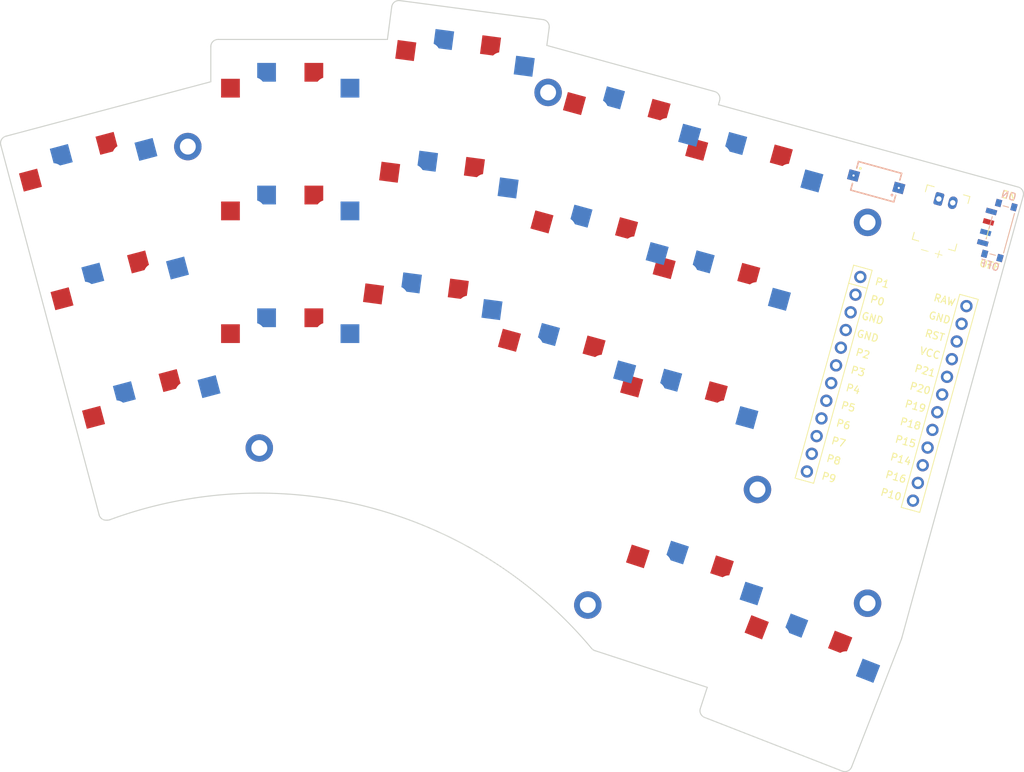
<source format=kicad_pcb>
(kicad_pcb (version 20240108) (generator "pcbnew") (generator_version "8.0")
  (title_block (title "main_pcb") (rev "v1.0.0") (company "Unknown"))
  (layers (0 "F.Cu" signal) (31 "B.Cu" signal) (34 "B.Paste" user) (35 "F.Paste" user) (36 "B.SilkS" user "B.Silkscreen") (37 "F.SilkS" user "F.Silkscreen") (38 "B.Mask" user) (39 "F.Mask" user) (44 "Edge.Cuts" user))
  (net 0 "")
  (net 1 "P14")
  (net 2 "GND")
  (net 3 "P9")
  (net 4 "P4")
  (net 5 "P15")
  (net 6 "P8")
  (net 7 "P3")
  (net 8 "P18")
  (net 9 "P7")
  (net 10 "P2")
  (net 11 "P19")
  (net 12 "P6")
  (net 13 "P1")
  (net 14 "P20")
  (net 15 "P5")
  (net 16 "P0")
  (net 17 "P16")
  (net 18 "P10")
  (net 19 "RAW")
  (net 20 "RST")
  (net 21 "VCC")
  (net 22 "P21")
  (net 23 "PWR_SW")
  (footprint "PG1350" (layer "F.Cu") (at 18.280062 -26.338912)
    (property "Reference" "S5" (hide yes))
    (property "Value" "" (hide yes))
    (pad "" np_thru_hole circle (at -5.5 0) (size 1.7018 1.7018) (drill 1.7018) (layers "*.Cu" "*.Mask"))
    (pad "" np_thru_hole circle (at -5 -3.75) (size 3 3) (drill 3) (layers "*.Cu" "*.Mask"))
    (pad "" np_thru_hole circle (at 0 -5.95) (size 3 3) (drill 3) (layers "*.Cu" "*.Mask"))
    (pad "" np_thru_hole circle (at 0 -5.95) (size 3 3) (drill 3) (layers "*.Cu" "*.Mask"))
    (pad "" np_thru_hole circle (at 0 0) (size 3.429 3.429) (drill 3.429) (layers "*.Cu" "*.Mask"))
    (pad "" np_thru_hole circle (at 5 -3.75) (size 3 3) (drill 3) (layers "*.Cu" "*.Mask"))
    (pad "" np_thru_hole circle (at 5.5 0) (size 1.7018 1.7018) (drill 1.7018) (layers "*.Cu" "*.Mask"))
    (pad "1" smd rect (at -3.275 -5.95) (size 2.6 2.6) (layers "B.Cu" "B.Paste" "B.Mask") (net 6 "P8"))
    (pad "1" smd rect (at 3.275 -5.95) (size 2.6 2.6) (layers "F.Cu" "F.Paste" "F.Mask") (net 6 "P8"))
    (pad "2" smd rect (at -8.275 -3.75) (size 2.6 2.6) (layers "F.Cu" "F.Paste" "F.Mask") (net 2 "GND"))
    (pad "2" smd rect (at 8.275 -3.75) (size 2.6 2.6) (layers "B.Cu" "B.Paste" "B.Mask") (net 2 "GND"))
  )
  (footprint "PG1350" (layer "F.Cu") (at 39.763715 -30.643532 -7.55)
    (property "Reference" "S8" (hide yes))
    (property "Value" "" (hide yes))
    (pad "" np_thru_hole circle (at -5.5 0) (size 1.7018 1.7018) (drill 1.7018) (layers "*.Cu" "*.Mask"))
    (pad "" np_thru_hole circle (at -5 -3.75) (size 3 3) (drill 3) (layers "*.Cu" "*.Mask"))
    (pad "" np_thru_hole circle (at 0 -5.95) (size 3 3) (drill 3) (layers "*.Cu" "*.Mask"))
    (pad "" np_thru_hole circle (at 0 -5.95) (size 3 3) (drill 3) (layers "*.Cu" "*.Mask"))
    (pad "" np_thru_hole circle (at 0 0) (size 3.429 3.429) (drill 3.429) (layers "*.Cu" "*.Mask"))
    (pad "" np_thru_hole circle (at 5 -3.75) (size 3 3) (drill 3) (layers "*.Cu" "*.Mask"))
    (pad "" np_thru_hole circle (at 5.5 0) (size 1.7018 1.7018) (drill 1.7018) (layers "*.Cu" "*.Mask"))
    (pad "1" smd rect (at -3.275 -5.95 352.45) (size 2.6 2.6) (layers "B.Cu" "B.Paste" "B.Mask") (net 9 "P7"))
    (pad "1" smd rect (at 3.275 -5.95 352.45) (size 2.6 2.6) (layers "F.Cu" "F.Paste" "F.Mask") (net 9 "P7"))
    (pad "2" smd rect (at -8.275 -3.75 352.45) (size 2.6 2.6) (layers "F.Cu" "F.Paste" "F.Mask") (net 2 "GND"))
    (pad "2" smd rect (at 8.275 -3.75 352.45) (size 2.6 2.6) (layers "B.Cu" "B.Paste" "B.Mask") (net 2 "GND"))
  )
  (footprint "PG1350" (layer "F.Cu") (at -8.73678 -32.858312 14.89)
    (property "Reference" "S3" (hide yes))
    (property "Value" "" (hide yes))
    (pad "" np_thru_hole circle (at -5.5 0) (size 1.7018 1.7018) (drill 1.7018) (layers "*.Cu" "*.Mask"))
    (pad "" np_thru_hole circle (at -5 -3.75) (size 3 3) (drill 3) (layers "*.Cu" "*.Mask"))
    (pad "" np_thru_hole circle (at 0 -5.95) (size 3 3) (drill 3) (layers "*.Cu" "*.Mask"))
    (pad "" np_thru_hole circle (at 0 -5.95) (size 3 3) (drill 3) (layers "*.Cu" "*.Mask"))
    (pad "" np_thru_hole circle (at 0 0) (size 3.429 3.429) (drill 3.429) (layers "*.Cu" "*.Mask"))
    (pad "" np_thru_hole circle (at 5 -3.75) (size 3 3) (drill 3) (layers "*.Cu" "*.Mask"))
    (pad "" np_thru_hole circle (at 5.5 0) (size 1.7018 1.7018) (drill 1.7018) (layers "*.Cu" "*.Mask"))
    (pad "1" smd rect (at -3.275 -5.95 14.89) (size 2.6 2.6) (layers "B.Cu" "B.Paste" "B.Mask") (net 4 "P4"))
    (pad "1" smd rect (at 3.275 -5.95 14.89) (size 2.6 2.6) (layers "F.Cu" "F.Paste" "F.Mask") (net 4 "P4"))
    (pad "2" smd rect (at -8.275 -3.75 14.89) (size 2.6 2.6) (layers "F.Cu" "F.Paste" "F.Mask") (net 2 "GND"))
    (pad "2" smd rect (at 8.275 -3.75 14.89) (size 2.6 2.6) (layers "B.Cu" "B.Paste" "B.Mask") (net 2 "GND"))
  )
  (footprint "PG1350" (layer "F.Cu") (at 18.280062 -9.338912)
    (property "Reference" "S4" (hide yes))
    (property "Value" "" (hide yes))
    (pad "" np_thru_hole circle (at -5.5 0) (size 1.7018 1.7018) (drill 1.7018) (layers "*.Cu" "*.Mask"))
    (pad "" np_thru_hole circle (at -5 -3.75) (size 3 3) (drill 3) (layers "*.Cu" "*.Mask"))
    (pad "" np_thru_hole circle (at 0 -5.95) (size 3 3) (drill 3) (layers "*.Cu" "*.Mask"))
    (pad "" np_thru_hole circle (at 0 -5.95) (size 3 3) (drill 3) (layers "*.Cu" "*.Mask"))
    (pad "" np_thru_hole circle (at 0 0) (size 3.429 3.429) (drill 3.429) (layers "*.Cu" "*.Mask"))
    (pad "" np_thru_hole circle (at 5 -3.75) (size 3 3) (drill 3) (layers "*.Cu" "*.Mask"))
    (pad "" np_thru_hole circle (at 5.5 0) (size 1.7018 1.7018) (drill 1.7018) (layers "*.Cu" "*.Mask"))
    (pad "1" smd rect (at -3.275 -5.95) (size 2.6 2.6) (layers "B.Cu" "B.Paste" "B.Mask") (net 5 "P15"))
    (pad "1" smd rect (at 3.275 -5.95) (size 2.6 2.6) (layers "F.Cu" "F.Paste" "F.Mask") (net 5 "P15"))
    (pad "2" smd rect (at -8.275 -3.75) (size 2.6 2.6) (layers "F.Cu" "F.Paste" "F.Mask") (net 2 "GND"))
    (pad "2" smd rect (at 8.275 -3.75) (size 2.6 2.6) (layers "B.Cu" "B.Paste" "B.Mask") (net 2 "GND"))
  )
  (footprint "PG1350" (layer "F.Cu") (at 77.062001 -16.425946 -15.36)
    (property "Reference" "S14" (hide yes))
    (property "Value" "" (hide yes))
    (pad "" np_thru_hole circle (at -5.5 0) (size 1.7018 1.7018) (drill 1.7018) (layers "*.Cu" "*.Mask"))
    (pad "" np_thru_hole circle (at -5 -3.75) (size 3 3) (drill 3) (layers "*.Cu" "*.Mask"))
    (pad "" np_thru_hole circle (at 0 -5.95) (size 3 3) (drill 3) (layers "*.Cu" "*.Mask"))
    (pad "" np_thru_hole circle (at 0 -5.95) (size 3 3) (drill 3) (layers "*.Cu" "*.Mask"))
    (pad "" np_thru_hole circle (at 0 0) (size 3.429 3.429) (drill 3.429) (layers "*.Cu" "*.Mask"))
    (pad "" np_thru_hole circle (at 5 -3.75) (size 3 3) (drill 3) (layers "*.Cu" "*.Mask"))
    (pad "" np_thru_hole circle (at 5.5 0) (size 1.7018 1.7018) (drill 1.7018) (layers "*.Cu" "*.Mask"))
    (pad "1" smd rect (at -3.275 -5.95 344.64) (size 2.6 2.6) (layers "B.Cu" "B.Paste" "B.Mask") (net 15 "P5"))
    (pad "1" smd rect (at 3.275 -5.950001 344.64) (size 2.6 2.6) (layers "F.Cu" "F.Paste" "F.Mask") (net 15 "P5"))
    (pad "2" smd rect (at -8.275 -3.75 344.64) (size 2.6 2.6) (layers "F.Cu" "F.Paste" "F.Mask") (net 2 "GND"))
    (pad "2" smd rect (at 8.275 -3.75 344.64) (size 2.6 2.6) (layers "B.Cu" "B.Paste" "B.Mask") (net 2 "GND"))
  )
  (footprint "ceoloide:mounting_hole_plated" (layer "F.Cu") (at 14 2.75)
    (property "Reference" "H2" (hide yes))
    (property "Value" "")
    (pad "" thru_hole circle (at 0 0) (size 3.8 3.8) (drill 2.2) (layers "*.Cu" "*.Mask"))
  )
  (footprint "434121025816" (layer "F.Cu") (at 99.441009 -34.130525 -15.36)
    (property "Reference" "S18" (hide yes))
    (property "Value" "" (hide yes))
    (fp_line (start -3.1 2.05) (end 3.1 2.05) (stroke (width 0.2)) (layer "B.SilkS"))
    (fp_line (start -3.1 1.1) (end -3.1 2.05) (stroke (width 0.2)) (layer "B.SilkS"))
    (fp_line (start -3.1 -1.1) (end -3.1 -2.05) (stroke (width 0.2)) (layer "B.SilkS"))
    (fp_line (start -3.1 -2.05) (end 3.1 -2.05) (stroke (width 0.2)) (layer "B.SilkS"))
    (fp_line (start 3.1 2.05) (end 3.1 1.1) (stroke (width 0.2)) (layer "B.SilkS"))
    (fp_line (start 3.1 -2.05) (end 3.1 -1.1) (stroke (width 0.2)) (layer "B.SilkS"))
    (fp_circle (center 2.6 1.2) (end 2.5 1.2) (stroke (width 0.2)) (fill none) (layer "B.SilkS"))
    (fp_line (start -3.1 2.05) (end 3.1 2.05) (stroke (width 0.2)) (layer "F.SilkS"))
    (fp_line (start -3.1 1.1) (end -3.1 2.05) (stroke (width 0.2)) (layer "F.SilkS"))
    (fp_line (start -3.1 -1.1) (end -3.1 -2.05) (stroke (width 0.2)) (layer "F.SilkS"))
    (fp_line (start -3.1 -2.05) (end 3.1 -2.05) (stroke (width 0.2)) (layer "F.SilkS"))
    (fp_line (start 3.1 2.05) (end 3.1 1.1) (stroke (width 0.2)) (layer "F.SilkS"))
    (fp_line (start 3.1 -2.05) (end 3.1 -1.1) (stroke (width 0.2)) (layer "F.SilkS"))
    (fp_circle (center -2.6 -1.2) (end -2.5 -1.2) (stroke (width 0.2)) (fill none) (layer "F.SilkS"))
    (pad "1" thru_hole rect (at -3.25 0 344.64) (size 1.5 1.4) (drill 0.3) (layers "*.Cu" "*.Mask") (net 2 "GND"))
    (pad "2" thru_hole rect (at 3.25 0 344.64) (size 1.5 1.4) (drill 0.3) (layers "*.Cu" "*.Mask") (net 20 "RST"))
  )
  (footprint "ceoloide:mounting_hole_plated" (layer "F.Cu") (at 83 8.5)
    (property "Reference" "H6" (hide yes))
    (property "Value" "")
    (pad "" thru_hole circle (at 0 0) (size 3.8 3.8) (drill 2.2) (layers "*.Cu" "*.Mask"))
  )
  (footprint "PG1350" (layer "F.Cu") (at 18.280062 -43.338912)
    (property "Reference" "S6" (hide yes))
    (property "Value" "" (hide yes))
    (pad "" np_thru_hole circle (at -5.5 0) (size 1.7018 1.7018) (drill 1.7018) (layers "*.Cu" "*.Mask"))
    (pad "" np_thru_hole circle (at -5 -3.75) (size 3 3) (drill 3) (layers "*.Cu" "*.Mask"))
    (pad "" np_thru_hole circle (at 0 -5.95) (size 3 3) (drill 3) (layers "*.Cu" "*.Mask"))
    (pad "" np_thru_hole circle (at 0 -5.95) (size 3 3) (drill 3) (layers "*.Cu" "*.Mask"))
    (pad "" np_thru_hole circle (at 0 0) (size 3.429 3.429) (drill 3.429) (layers "*.Cu" "*.Mask"))
    (pad "" np_thru_hole circle (at 5 -3.75) (size 3 3) (drill 3) (layers "*.Cu" "*.Mask"))
    (pad "" np_thru_hole circle (at 5.5 0) (size 1.7018 1.7018) (drill 1.7018) (layers "*.Cu" "*.Mask"))
    (pad "1" smd rect (at -3.275 -5.95) (size 2.6 2.6) (layers "B.Cu" "B.Paste" "B.Mask") (net 7 "P3"))
    (pad "1" smd rect (at 3.275 -5.95) (size 2.6 2.6) (layers "F.Cu" "F.Paste" "F.Mask") (net 7 "P3"))
    (pad "2" smd rect (at -8.275 -3.75) (size 2.6 2.6) (layers "F.Cu" "F.Paste" "F.Mask") (net 2 "GND"))
    (pad "2" smd rect (at 8.275 -3.75) (size 2.6 2.6) (layers "B.Cu" "B.Paste" "B.Mask") (net 2 "GND"))
  )
  (footprint "ceoloide:power_switch_smd_side" (layer "F.Cu") (at 116.470792 -27.378445 -15.36)
    (property "Reference" "PWR1" (hide yes))
    (property "Value" "")
    (fp_line (start -1.425 1.4) (end -1.425 1.6) (stroke (width 0.12)) (layer "B.SilkS"))
    (fp_line (start -1.425 -1.6) (end -1.425 0.1) (stroke (width 0.12)) (layer "B.SilkS"))
    (fp_line (start 0.415 3.45) (end -0.375 3.45) (stroke (width 0.12)) (layer "B.SilkS"))
    (fp_line (start -0.375 -3.45) (end 0.415 -3.450001) (stroke (width 0.12)) (layer "B.SilkS"))
    (fp_line (start 1.425 -2.85) (end 1.425 2.85) (stroke (width 0.12)) (layer "B.SilkS"))
    (fp_line (start -1.425 1.6) (end -1.425 -0.1) (stroke (width 0.12)) (layer "F.SilkS"))
    (fp_line (start -0.375 3.45) (end 0.415 3.45) (stroke (width 0.12)) (layer "F.SilkS"))
    (fp_line (start -1.425 -1.4) (end -1.425 -1.6) (stroke (width 0.12)) (layer "F.SilkS"))
    (fp_line (start 1.425 2.85) (end 1.425 -2.85) (stroke (width 0.12)) (layer "F.SilkS"))
    (fp_line (start 0.415 -3.450001) (end -0.375 -3.45) (stroke (width 0.12)) (layer "F.SilkS"))
    (fp_text user "OFF" (at 0 5 -15.36) (layer "B.SilkS") (effects (justify mirror)))
    (fp_text user "ON" (at 0 -5 -15.36) (layer "B.SilkS") (effects (justify mirror)))
    (fp_text user "ON" (at 0 -5 -15.36) (layer "F.SilkS"))
    (fp_text user "OFF" (at 0 5 -15.36) (layer "F.SilkS"))
    (pad "" smd rect (at -1.085 -3.65 74.64) (size 1 0.8) (layers "F.Cu" "F.Paste" "F.Mask"))
    (pad "" smd rect (at -1.085 -3.65 254.64) (size 1 0.8) (layers "B.Cu" "B.Paste" "B.Mask"))
    (pad "" smd rect (at -1.085 3.65 74.64) (size 1 0.8) (layers "F.Cu" "F.Paste" "F.Mask"))
    (pad "" smd rect (at -1.085 3.65 254.64) (size 1 0.8) (layers "B.Cu" "B.Paste" "B.Mask"))
    (pad "" np_thru_hole circle (at 0.024999 -1.5 74.64) (size 0.9 0.9) (drill 0.9) (layers "*.Cu" "*.Mask"))
    (pad "" np_thru_hole circle (at 0.025 1.5 74.64) (size 0.9 0.9) (drill 0.9) (layers "*.Cu" "*.Mask"))
    (pad "" smd rect (at 1.125 -3.65 74.64) (size 1 0.8) (layers "F.Cu" "F.Paste" "F.Mask"))
    (pad "" smd rect (at 1.125 -3.65 254.64) (size 1 0.8) (layers "B.Cu" "B.Paste" "B.Mask"))
    (pad "" smd rect (at 1.125 3.65 74.64) (size 1 0.8) (layers "F.Cu" "F.Paste" "F.Mask"))
    (pad "" smd rect (at 1.125 3.65 254.64) (size 1 0.8) (layers "B.Cu" "B.Paste" "B.Mask"))
    (pad "1" smd rect (at -1.735 -2.25 254.64) (size 0.7 1.5) (layers "B.Cu" "B.Paste" "B.Mask") (net 23 "PWR_SW"))
    (pad "1" smd rect (at -1.735 2.25 74.64) (size 0.7 1.5) (layers "F.Cu" "F.Paste" "F.Mask"))
    (pad "2" smd rect (at -1.735 -0.749999 74.64) (size 0.7 1.5) (layers "F.Cu" "F.Paste" "F.Mask") (net 19 "RAW"))
    (pad "2" smd rect (at -1.735 0.75 254.64) (size 0.7 1.5) (layers "B.Cu" "B.Paste" "B.Mask") (net 19 "RAW"))
    (pad "3" smd rect (at -1.735 -2.25 74.64) (size 0.7 1.5) (layers "F.Cu" "F.Paste" "F.Mask") (net 23 "PWR_SW"))
    (pad "3" smd rect (at -1.735 2.25 254.64) (size 0.7 1.5) (layers "B.Cu" "B.Paste" "B.Mask"))
  )
  (footprint "PG1350" (layer "F.Cu") (at 0 0 14.89)
    (property "Reference" "S1" (hide yes))
    (property "Value" "" (hide yes))
    (pad "" np_thru_hole circle (at -5.5 0) (size 1.7018 1.7018) (drill 1.7018) (layers "*.Cu" "*.Mask"))
    (pad "" np_thru_hole circle (at -5 -3.75) (size 3 3) (drill 3) (layers "*.Cu" "*.Mask"))
    (pad "" np_thru_hole circle (at 0 -5.95) (size 3 3) (drill 3) (layers "*.Cu" "*.Mask"))
    (pad "" np_thru_hole circle (at 0 -5.95) (size 3 3) (drill 3) (layers "*.Cu" "*.Mask"))
    (pad "" np_thru_hole circle (at 0 0) (size 3.429 3.429) (drill 3.429) (layers "*.Cu" "*.Mask"))
    (pad "" np_thru_hole circle (at 5 -3.75) (size 3 3) (drill 3) (layers "*.Cu" "*.Mask"))
    (pad "" np_thru_hole circle (at 5.5 0) (size 1.7018 1.7018) (drill 1.7018) (layers "*.Cu" "*.Mask"))
    (pad "1" smd rect (at -3.275 -5.95 14.89) (size 2.6 2.6) (layers "B.Cu" "B.Paste" "B.Mask") (net 1 "P14"))
    (pad "1" smd rect (at 3.275 -5.95 14.89) (size 2.6 2.6) (layers "F.Cu" "F.Paste" "F.Mask") (net 1 "P14"))
    (pad "2" smd rect (at -8.275 -3.75 14.89) (size 2.6 2.6) (layers "F.Cu" "F.Paste" "F.Mask") (net 2 "GND"))
    (pad "2" smd rect (at 8.275 -3.75 14.89) (size 2.6 2.6) (layers "B.Cu" "B.Paste" "B.Mask") (net 2 "GND"))
  )
  (footprint "PG1350" (layer "F.Cu") (at 89.240489 34.08644 -21.3)
    (property "Reference" "S17" (hide yes))
    (property "Value" "" (hide yes))
    (pad "" np_thru_hole circle (at -5.5 0) (size 1.7018 1.7018) (drill 1.7018) (layers "*.Cu" "*.Mask"))
    (pad "" np_thru_hole circle (at -5 -3.75) (size 3 3) (drill 3) (layers "*.Cu" "*.Mask"))
    (pad "" np_thru_hole circle (at 0 -5.95) (size 3 3) (drill 3) (layers "*.Cu" "*.Mask"))
    (pad "" np_thru_hole circle (at 0 -5.95) (size 3 3) (drill 3) (layers "*.Cu" "*.Mask"))
    (pad "" np_thru_hole circle (at 0 0) (size 3.429 3.429) (drill 3.429) (layers "*.Cu" "*.Mask"))
    (pad "" np_thru_hole circle (at 5 -3.75) (size 3 3) (drill 3) (layers "*.Cu" "*.Mask"))
    (pad "" np_thru_hole circle (at 5.5 0) (size 1.7018 1.7018) (drill 1.7018) (layers "*.Cu" "*.Mask"))
    (pad "1" smd rect (at -3.275 -5.95 338.7) (size 2.6 2.6) (layers "B.Cu" "B.Paste" "B.Mask") (net 18 "P10"))
    (pad "1" smd rect (at 3.275 -5.95 338.7) (size 2.6 2.6) (layers "F.Cu" "F.Paste" "F.Mask") (net 18 "P10"))
    (pad "2" smd rect (at -8.275 -3.75 338.7) (size 2.6 2.6) (layers "F.Cu" "F.Paste" "F.Mask") (net 2 "GND"))
    (pad "2" smd rect (at 8.275 -3.75 338.7) (size 2.6 2.6) (layers "B.Cu" "B.Paste" "B.Mask") (net 2 "GND"))
  )
  (footprint "ceoloide:mounting_hole_plated" (layer "F.Cu") (at 98.25 -28.5)
    (property "Reference" "H7" (hide yes))
    (property "Value" "")
    (pad "" thru_hole circle (at 0 0) (size 3.8 3.8) (drill 2.2) (layers "*.Cu" "*.Mask"))
  )
  (footprint "PG1350" (layer "F.Cu") (at 73.127371 23.901478 -18.1)
    (property "Reference" "S16" (hide yes))
    (property "Value" "" (hide yes))
    (pad "" np_thru_hole circle (at -5.5 0) (size 1.7018 1.7018) (drill 1.7018) (layers "*.Cu" "*.Mask"))
    (pad "" np_thru_hole circle (at -5 -3.75) (size 3 3) (drill 3) (layers "*.Cu" "*.Mask"))
    (pad "" np_thru_hole circle (at 0 -5.95) (size 3 3) (drill 3) (layers "*.Cu" "*.Mask"))
    (pad "" np_thru_hole circle (at 0 -5.95) (size 3 3) (drill 3) (layers "*.Cu" "*.Mask"))
    (pad "" np_thru_hole circle (at 0 0) (size 3.429 3.429) (drill 3.429) (layers "*.Cu" "*.Mask"))
    (pad "" np_thru_hole circle (at 5 -3.75) (size 3 3) (drill 3) (layers "*.Cu" "*.Mask"))
    (pad "" np_thru_hole circle (at 5.5 0) (size 1.7018 1.7018) (drill 1.7018) (layers "*.Cu" "*.Mask"))
    (pad "1" smd rect (at -3.275 -5.95 341.9) (size 2.6 2.6) (layers "B.Cu" "B.Paste" "B.Mask") (net 17 "P16"))
    (pad "1" smd rect (at 3.275 -5.95 341.9) (size 2.6 2.6) (layers "F.Cu" "F.Paste" "F.Mask") (net 17 "P16"))
    (pad "2" smd rect (at -8.275 -3.75 341.9) (size 2.6 2.6) (layers "F.Cu" "F.Paste" "F.Mask") (net 2 "GND"))
    (pad "2" smd rect (at 8.275 -3.75 341.9) (size 2.6 2.6) (layers "B.Cu" "B.Paste" "B.Mask") (net 2 "GND"))
  )
  (footprint "PG1350" (layer "F.Cu") (at 60.134061 -22.755974 -15.36)
    (property "Reference" "S11" (hide yes))
    (property "Value" "" (hide yes))
    (pad "" np_thru_hole circle (at -5.5 0) (size 1.7018 1.7018) (drill 1.7018) (layers "*.Cu" "*.Mask"))
    (pad "" np_thru_hole circle (at -5 -3.75) (size 3 3) (drill 3) (layers "*.Cu" "*.Mask"))
    (pad "" np_thru_hole circle (at 0 -5.95) (size 3 3) (drill 3) (layers "*.Cu" "*.Mask"))
    (pad "" np_thru_hole circle (at 0 -5.95) (size 3 3) (drill 3) (layers "*.Cu" "*.Mask"))
    (pad "" np_thru_hole circle (at 0 0) (size 3.429 3.429) (drill 3.429) (layers "*.Cu" "*.Mask"))
    (pad "" np_thru_hole circle (at 5 -3.75) (size 3 3) (drill 3) (layers "*.Cu" "*.Mask"))
    (pad "" np_thru_hole circle (at 5.5 0) (size 1.7018 1.7018) (drill 1.7018) (layers "*.Cu" "*.Mask"))
    (pad "1" smd rect (at -3.275 -5.95 344.64) (size 2.6 2.6) (layers "B.Cu" "B.Paste" "B.Mask") (net 12 "P6"))
    (pad "1" smd rect (at 3.275 -5.950001 344.64) (size 2.6 2.6) (layers "F.Cu" "F.Paste" "F.Mask") (net 12 "P6"))
    (pad "2" smd rect (at -8.275 -3.75 344.64) (size 2.6 2.6) (layers "F.Cu" "F.Paste" "F.Mask") (net 2 "GND"))
    (pad "2" smd rect (at 8.275 -3.75 344.64) (size 2.6 2.6) (layers "B.Cu" "B.Paste" "B.Mask") (net 2 "GND"))
  )
  (footprint "ceoloide:mcu_supermini_nrf52840" (layer "F.Cu") (at 101.232576 -6.675284 -15.36)
    (property "Reference" "MCU1" (hide yes))
    (property "Value" "")
    (fp_line (start -8.95 16.57) (end -6.29 16.57) (stroke (width 0.12)) (layer "F.SilkS"))
    (fp_line (start -8.95 -14.03) (end -8.95 16.57) (stroke (width 0.12)) (layer "F.SilkS"))
    (fp_line (start -8.95 -14.03) (end -6.29 -14.03) (stroke (width 0.12)) (layer "F.SilkS"))
    (fp_line (start -6.29 -11.43) (end -8.95 -11.430001) (stroke (width 0.12)) (layer "F.SilkS"))
    (fp_line (start -6.29 -14.03) (end -6.29 16.57) (stroke (width 0.12)) (layer "F.SilkS"))
    (fp_line (start 6.29 16.57) (end 8.95 16.57) (stroke (width 0.12)) (layer "F.SilkS"))
    (fp_line (start 6.29 -14.03) (end 6.29 16.57) (stroke (width 0.12)) (layer "F.SilkS"))
    (fp_line (start 6.29 -14.03) (end 8.95 -14.03) (stroke (width 0.12)) (layer "F.SilkS"))
    (fp_line (start 8.95 -14.03) (end 8.95 16.57) (stroke (width 0.12)) (layer "F.SilkS"))
    (fp_text user "RAW" (at 4.47 -12.7 -15.36) (layer "F.SilkS"))
    (fp_text user "GND" (at -4.47 -7.62 -15.36) (layer "F.SilkS"))
    (fp_text user "P10" (at 4.47 15.24 -15.36) (layer "F.SilkS"))
    (fp_text user "P0" (at -4.47 -10.16 -15.36) (layer "F.SilkS"))
    (fp_text user "P4" (at -4.47 2.54 -15.36) (layer "F.SilkS"))
    (fp_text user "P9" (at -4.47 15.24 -15.36) (layer "F.SilkS"))
    (fp_text user "P7" (at -4.47 10.16 -15.36) (layer "F.SilkS"))
    (fp_text user "P2" (at -4.47 -2.54 -15.36) (layer "F.SilkS"))
    (fp_text user "VCC" (at 4.47 -5.08 -15.36) (layer "F.SilkS"))
    (fp_text user "GND" (at -4.47 -5.08 -15.36) (layer "F.SilkS"))
    (fp_text user "P15" (at 4.47 7.62 -15.36) (layer "F.SilkS"))
    (fp_text user "P8" (at -4.47 12.7 -15.36) (layer "F.SilkS"))
    (fp_text user "P18" (at 4.47 5.08 -15.36) (layer "F.SilkS"))
    (fp_text user "GND" (at 4.47 -10.16 -15.36) (layer "F.SilkS"))
    (fp_text user "P1" (at -4.47 -12.7 -15.36) (layer "F.SilkS"))
    (fp_text user "P16" (at 4.47 12.7 -15.36) (layer "F.SilkS"))
    (fp_text user "P3" (at -4.47 0 -15.36) (layer "F.SilkS"))
    (fp_text user "RST" (at 4.47 -7.62 -15.36) (layer "F.SilkS"))
    (fp_text user "P21" (at 4.47 -2.54 -15.36) (layer "F.SilkS"))
    (fp_text user "P20" (at 4.47 0 -15.36) (layer "F.SilkS"))
    (fp_text user "P14" (at 4.47 10.16 -15.36) (layer "F.SilkS"))
    (fp_text user "P6" (at -4.47 7.62 -15.36) (layer "F.SilkS"))
    (fp_text user "P19" (at 4.47 2.54 -15.36) (layer "F.SilkS"))
    (fp_text user "P5" (at -4.47 5.08 -15.36) (layer "F.SilkS"))
    (pad "1" thru_hole circle (at 7.62 -12.7 344.64) (size 1.7 1.7) (drill 1) (layers "*.Cu" "*.Mask") (net 19 "RAW"))
    (pad "2" thru_hole circle (at 7.62 -10.16 344.64) (size 1.7 1.7) (drill 1) (layers "*.Cu" "*.Mask") (net 2 "GND"))
    (pad "3" thru_hole circle (at 7.62 -7.62 344.64) (size 1.7 1.7) (drill 1) (layers "*.Cu" "*.Mask") (net 20 "RST"))
    (pad "4" thru_hole circle (at 7.62 -5.08 344.64) (size 1.7 1.7) (drill 1) (layers "*.Cu" "*.Mask") (net 21 "VCC"))
    (pad "5" thru_hole circle (at 7.62 -2.54 344.64) (size 1.7 1.7) (drill 1) (layers "*.Cu" "*.Mask") (net 22 "P21"))
    (pad "6" thru_hole circle (at 7.62 0 344.64) (size 1.7 1.7) (drill 1) (layers "*.Cu" "*.Mask") (net 14 "P20"))
    (pad "7" thru_hole circle (at 7.62 2.54 344.64) (size 1.7 1.7) (drill 1) (layers "*.Cu" "*.Mask") (net 11 "P19"))
    (pad "8" thru_hole circle (at 7.62 5.08 344.64) (size 1.7 1.7) (drill 1) (layers "*.Cu" "*.Mask") (net 8 "P18"))
    (pad "9" thru_hole circle (at 7.62 7.62 344.64) (size 1.7 1.7) (drill 1) (layers "*.Cu" "*.Mask") (net 5 "P15"))
    (pad "10" thru_hole circle (at 7.62 10.16 344.64) (size 1.7 1.7) (drill 1) (layers "*.Cu" "*.Mask") (net 1 "P14"))
    (pad "11" thru_hole circle (at 7.62 12.7 344.64) (size 1.7 1.7) (drill 1) (layers "*.Cu" "*.Mask") (net 17 "P16"))
    (pad "12" thru_hole circle (at 7.62 15.24 344.64) (size 1.7 1.7) (drill 1) (layers "*.Cu" "*.Mask") (net 18 "P10"))
    (pad "13" thru_hole circle (at -7.62 15.24 344.64) (size 1.7 1.7) (drill 1) (layers "*.Cu" "*.Mask") (net 3 "P9"))
    (pad "14" thru_hole circle (at -7.62 12.7 344.64) (size 1.7 1.7) (drill 1) (layers "*.Cu" "*.Mask") (net 6 "P8"))
    (pad "15" thru_hole circle (at -7.62 10.16 344.64) (size 1.7 1.7) (drill 1) (layers "*.Cu" "*.Mask") (net 9 "P7"))
    (pad "16" thru_hole circle (at -7.62 7.62 344.64) (size 1.7 1.7) (drill 1) (layers "*.Cu" "*.Mask") (net 12 "P6"))
    (pad "17" thru_hole circle (at -7.62 5.08 344.64) (size 1.7 1.7) (drill 1) (layers "*.Cu" "*.Mask") (net 15 "P5"))
    (pad "18" thru_hole circle (at -7.62 2.54 344.64) (size 1.7 1.7) (drill 1) (layers "*.Cu" "*.Mask") (net 4 "P4"))
    (pad "19" thru_hole circle (at -7.62 0 344.64) (size 1.7 1.7) (drill 1) (layers "*.Cu" "*.Mask") (net 7 "P3"))
    (pad "20" thru_hole circle (at -7.62 -2.54 344.64) (size 1.7 1.7) (drill 1) (layers "*.Cu" "*.Mask") (net 10 "P2"))
    (pad "21" thru_hole circle (at -7.62 -5.08 344.64) (size 1.7 1.7) (drill 1) (layers "*.Cu" "*.Mask") (net 2 "GND"))
    (pad "22" thru_hole circle (at -7.62 -7.62 344.64) (size 1.7 1.7) (drill 1) (layers "*.Cu" "*.Mask") (net 2 "GND"))
    (pad "23" thru_hole circle (at -7.62 -10.16 344.64) (size 1.7 1.7) (drill 1) (layers "*.Cu" "*.Mask") (net 16 "P0"))
    (pad "24" thru_hole circle (at -7.62 -12.7 344.64) (size 1.7 1.7) (drill 1) (layers "*.Cu" "*.Mask") (net 13 "P1"))
  )
  (footprint "ceoloide:mounting_hole_plated" (layer "F.Cu") (at 54 -46.5)
    (property "Reference" "H3" (hide yes))
    (property "Value" "")
    (pad "" thru_hole circle (at 0 0) (size 3.8 3.8) (drill 2.2) (layers "*.Cu" "*.Mask"))
  )
  (footprint "PG1350" (layer "F.Cu") (at 37.530062 -13.790912 -7.55)
    (property "Reference" "S7" (hide yes))
    (property "Value" "" (hide yes))
    (pad "" np_thru_hole circle (at -5.5 0) (size 1.7018 1.7018) (drill 1.7018) (layers "*.Cu" "*.Mask"))
    (pad "" np_thru_hole circle (at -5 -3.75) (size 3 3) (drill 3) (layers "*.Cu" "*.Mask"))
    (pad "" np_thru_hole circle (at 0 -5.95) (size 3 3) (drill 3) (layers "*.Cu" "*.Mask"))
    (pad "" np_thru_hole circle (at 0 -5.95) (size 3 3) (drill 3) (layers "*.Cu" "*.Mask"))
    (pad "" np_thru_hole circle (at 0 0) (size 3.429 3.429) (drill 3.429) (layers "*.Cu" "*.Mask"))
    (pad "" np_thru_hole circle (at 5 -3.75) (size 3 3) (drill 3) (layers "*.Cu" "*.Mask"))
    (pad "" np_thru_hole circle (at 5.5 0) (size 1.7018 1.7018) (drill 1.7018) (layers "*.Cu" "*.Mask"))
    (pad "1" smd rect (at -3.275 -5.95 352.45) (size 2.6 2.6) (layers "B.Cu" "B.Paste" "B.Mask") (net 8 "P18"))
    (pad "1" smd rect (at 3.275 -5.95 352.45) (size 2.6 2.6) (layers "F.Cu" "F.Paste" "F.Mask") (net 8 "P18"))
    (pad "2" smd rect (at -8.275 -3.75 352.45) (size 2.6 2.6) (layers "F.Cu" "F.Paste" "F.Mask") (net 2 "GND"))
    (pad "2" smd rect (at 8.275 -3.75 352.45) (size 2.6 2.6) (layers "B.Cu" "B.Paste" "B.Mask") (net 2 "GND"))
  )
  (footprint "PG1350" (layer "F.Cu") (at 41.997368 -47.496152 -7.55)
    (property "Reference" "S9" (hide yes))
    (property "Value" "" (hide yes))
    (pad "" np_thru_hole circle (at -5.5 0) (size 1.7018 1.7018) (drill 1.7018) (layers "*.Cu" "*.Mask"))
    (pad "" np_thru_hole circle (at -5 -3.75) (size 3 3) (drill 3) (layers "*.Cu" "*.Mask"))
    (pad "" np_thru_hole circle (at 0 -5.95) (size 3 3) (drill 3) (layers "*.Cu" "*.Mask"))
    (pad "" np_thru_hole circle (at 0 -5.95) (size 3 3) (drill 3) (layers "*.Cu" "*.Mask"))
    (pad "" np_thru_hole circle (at 0 0) (size 3.429 3.429) (drill 3.429) (layers "*.Cu" "*.Mask"))
    (pad "" np_thru_hole circle (at 5 -3.75) (size 3 3) (drill 3) (layers "*.Cu" "*.Mask"))
    (pad "" np_thru_hole circle (at 5.5 0) (size 1.7018 1.7018) (drill 1.7018) (layers "*.Cu" "*.Mask"))
    (pad "1" smd rect (at -3.275 -5.95 352.45) (size 2.6 2.6) (layers "B.Cu" "B.Paste" "B.Mask") (net 10 "P2"))
    (pad "1" smd rect (at 3.275 -5.95 352.45) (size 2.6 2.6) (layers "F.Cu" "F.Paste" "F.Mask") (net 10 "P2"))
    (pad "2" smd rect (at -8.275 -3.75 352.45) (size 2.6 2.6) (layers "F.Cu" "F.Paste" "F.Mask") (net 2 "GND"))
    (pad "2" smd rect (at 8.275 -3.75 352.45) (size 2.6 2.6) (layers "B.Cu" "B.Paste" "B.Mask") (net 2 "GND"))
  )
  (footprint "ceoloide:mounting_hole_plated" (layer "F.Cu") (at 4.1 -39)
    (property "Reference" "H1" (hide yes))
    (property "Value" "")
    (pad "" thru_hole circle (at 0 0) (size 3.8 3.8) (drill 2.2) (layers "*.Cu" "*.Mask"))
  )
  (footprint "PG1350" (layer "F.Cu") (at 55.631051 -6.363205 -15.36)
    (property "Reference" "S10" (hide yes))
    (property "Value" "" (hide yes))
    (pad "" np_thru_hole circle (at -5.5 0) (size 1.7018 1.7018) (drill 1.7018) (layers "*.Cu" "*.Mask"))
    (pad "" np_thru_hole circle (at -5 -3.75) (size 3 3) (drill 3) (layers "*.Cu" "*.Mask"))
    (pad "" np_thru_hole circle (at 0 -5.95) (size 3 3) (drill 3) (layers "*.Cu" "*.Mask"))
    (pad "" np_thru_hole circle (at 0 -5.95) (size 3 3) (drill 3) (layers "*.Cu" "*.Mask"))
    (pad "" np_thru_hole circle (at 0 0) (size 3.429 3.429) (drill 3.429) (layers "*.Cu" "*.Mask"))
    (pad "" np_thru_hole circle (at 5 -3.75) (size 3 3) (drill 3) (layers "*.Cu" "*.Mask"))
    (pad "" np_thru_hole circle (at 5.5 0) (size 1.7018 1.7018) (drill 1.7018) (layers "*.Cu" "*.Mask"))
    (pad "1" smd rect (at -3.275 -5.95 344.64) (size 2.6 2.6) (layers "B.Cu" "B.Paste" "B.Mask") (net 11 "P19"))
    (pad "1" smd rect (at 3.275 -5.950001 344.64) (size 2.6 2.6) (layers "F.Cu" "F.Paste" "F.Mask") (net 11 "P19"))
    (pad "2" smd rect (at -8.275 -3.75 344.64) (size 2.6 2.6) (layers "F.Cu" "F.Paste" "F.Mask") (net 2 "GND"))
    (pad "2" smd rect (at 8.275 -3.75 344.64) (size 2.6 2.6) (layers "B.Cu" "B.Paste" "B.Mask") (net 2 "GND"))
  )
  (footprint "PG1350" (layer "F.Cu") (at -4.36839 -16.429156 14.89)
    (property "Reference" "S2" (hide yes))
    (property "Value" "" (hide yes))
    (pad "" np_thru_hole circle (at -5.5 0) (size 1.7018 1.7018) (drill 1.7018) (layers "*.Cu" "*.Mask"))
    (pad "" np_thru_hole circle (at -5 -3.75) (size 3 3) (drill 3) (layers "*.Cu" "*.Mask"))
    (pad "" np_thru_hole circle (at 0 -5.95) (size 3 3) (drill 3) (layers "*.Cu" "*.Mask"))
    (pad "" np_thru_hole circle (at 0 -5.95) (size 3 3) (drill 3) (layers "*.Cu" "*.Mask"))
    (pad "" np_thru_hole circle (at 0 0) (size 3.429 3.429) (drill 3.429) (layers "*.Cu" "*.Mask"))
    (pad "" np_thru_hole circle (at 5 -3.75) (size 3 3) (drill 3) (layers "*.Cu" "*.Mask"))
    (pad "" np_thru_hole circle (at 5.5 0) (size 1.7018 1.7018) (drill 1.7018) (layers "*.Cu" "*.Mask"))
    (pad "1" smd rect (at -3.275 -5.95 14.89) (size 2.6 2.6) (layers "B.Cu" "B.Paste" "B.Mask") (net 3 "P9"))
    (pad "1" smd rect (at 3.275 -5.95 14.89) (size 2.6 2.6) (layers "F.Cu" "F.Paste" "F.Mask") (net 3 "P9"))
    (pad "2" smd rect (at -8.275 -3.75 14.89) (size 2.6 2.6) (layers "F.Cu" "F.Paste" "F.Mask") (net 2 "GND"))
    (pad "2" smd rect (at 8.275 -3.75 14.89) (size 2.6 2.6) (layers "B.Cu" "B.Paste" "B.Mask") (net 2 "GND"))
  )
  (footprint "PG1350" (layer "F.Cu") (at 81.565012 -32.818716 -15.36)
    (property "Reference" "S15" (hide yes))
    (property "Value" "" (hide yes))
    (pad "" np_thru_hole circle (at -5.5 0) (size 1.7018 1.7018) (drill 1.7018) (layers "*.Cu" "*.Mask"))
    (pad "" np_thru_hole circle (at -5 -3.75) (size 3 3) (drill 3) (layers "*.Cu" "*.Mask"))
    (pad "" np_thru_hole circle (at 0 -5.95) (size 3 3) (drill 3) (layers "*.Cu" "*.Mask"))
    (pad "" np_thru_hole circle (at 0 -5.95) (size 3 3) (drill 3) (layers "*.Cu" "*.Mask"))
    (pad "" np_thru_hole circle (at 0 0) (size 3.429 3.429) (drill 3.429) (layers "*.Cu" "*.Mask"))
    (pad "" np_thru_hole circle (at 5 -3.75) (size 3 3) (drill 3) (layers "*.Cu" "*.Mask"))
    (pad "" np_thru_hole circle (at 5.5 0) (size 1.7018 1.7018) (drill 1.7018) (layers "*.Cu" "*.Mask"))
    (pad "1" smd rect (at -3.275 -5.95 344.64) (size 2.6 2.6) (layers "B.Cu" "B.Paste" "B.Mask") (net 16 "P0"))
    (pad "1" smd rect (at 3.275 -5.950001 344.64) (size 2.6 2.6) (layers "F.Cu" "F.Paste" "F.Mask") (net 16 "P0"))
    (pad "2" smd rect (at -8.275 -3.75 344.64) (size 2.6 2.6) (layers "F.Cu" "F.Paste" "F.Mask") (net 2 "GND"))
    (pad "2" smd rect (at 8.275 -3.75 344.64) (size 2.6 2.6) (layers "B.Cu" "B.Paste" "B.Mask") (net 2 "GND"))
  )
  (footprint "PG1350" (layer "F.Cu") (at 64.637072 -39.148744 -15.36)
    (property "Reference" "S12" (hide yes))
    (property "Value" "" (hide yes))
    (pad "" np_thru_hole circle (at -5.5 0) (size 1.7018 1.7018) (drill 1.7018) (layers "*.Cu" "*.Mask"))
    (pad "" np_thru_hole circle (at -5 -3.75) (size 3 3) (drill 3) (layers "*.Cu" "*.Mask"))
    (pad "" np_thru_hole circle (at 0 -5.95) (size 3 3) (drill 3) (layers "*.Cu" "*.Mask"))
    (pad "" np_thru_hole circle (at 0 -5.95) (size 3 3) (drill 3) (layers "*.Cu" "*.Mask"))
    (pad "" np_thru_hole circle (at 0 0) (size 3.429 3.429) (drill 3.429) (layers "*.Cu" "*.Mask"))
    (pad "" np_thru_hole circle (at 5 -3.75) (size 3 3) (drill 3) (layers "*.Cu" "*.Mask"))
    (pad "" np_thru_hole circle (at 5.5 0) (size 1.7018 1.7018) (drill 1.7018) (layers "*.Cu" "*.Mask"))
    (pad "1" smd rect (at -3.275 -5.95 344.64) (size 2.6 2.6) (layers "B.Cu" "B.Paste" "B.Mask") (net 13 "P1"))
    (pad "1" smd rect (at 3.275 -5.950001 344.64) (size 2.6 2.6) (layers "F.Cu" "F.Paste" "F.Mask") (net 13 "P1"))
    (pad "2" smd rect (at -8.275 -3.75 344.64) (size 2.6 2.6) (layers "F.Cu" "F.Paste" "F.Mask") (net 2 "GND"))
    (pad "2" smd rect (at 8.275 -3.75 344.64) (size 2.6 2.6) (layers "B.Cu" "B.Paste" "B.Mask") (net 2 "GND"))
  )
  (footprint "ceoloide:mounting_hole_plated" (layer "F.Cu") (at 98.25 24.25)
    (property "Reference" "H5" (hide yes))
    (property "Value" "")
    (pad "" thru_hole circle (at 0 0) (size 3.8 3.8) (drill 2.2) (layers "*.Cu" "*.Mask"))
  )
  (footprint "ceoloide:battery_connector_jst_ph_2" (layer "F.Cu") (at 109.083814 -31.481696 -15.36)
    (property "Reference" "JST1" (hide yes))
    (property "Value" "")
    (fp_line (start -3.06 6.359999) (end -3.06 5.36) (stroke (width 0.12)) (layer "F.SilkS"))
    (fp_line (start -2.14 6.36) (end -3.06 6.359999) (stroke (width 0.12)) (layer "F.SilkS"))
    (fp_line (start -1.5 7.4) (end -0.5 7.4) (stroke (width 0.1)) (layer "F.SilkS"))
    (fp_line (start -3.06 -1.460001) (end -3.06 -0.46) (stroke (width 0.12)) (layer "F.SilkS"))
    (fp_line (start -2.06 -1.46) (end -3.06 -1.460001) (stroke (width 0.12)) (layer "F.SilkS"))
    (fp_line (start 1 6.9) (end 1 7.9) (stroke (width 0.1)) (layer "F.SilkS"))
    (fp_line (start 1.5 7.4) (end 0.5 7.4) (stroke (width 0.1)) (layer "F.SilkS"))
    (fp_line (start 2.14 6.36) (end 3.06 6.36) (stroke (width 0.12)) (layer "F.SilkS"))
    (fp_line (start 3.06 6.36) (end 3.06 5.36) (stroke (width 0.12)) (layer "F.SilkS"))
    (fp_line (start 2.14 -1.46) (end 3.06 -1.46) (stroke (width 0.12)) (layer "F.SilkS"))
    (fp_line (start 3.06 -1.46) (end 3.06 -0.46) (stroke (width 0.12)) (layer "F.SilkS"))
    (pad "1" thru_hole roundrect (at -1 0 344.64) (size 1.2 1.75) (drill 0.75) (layers "*.Cu" "*.Mask") (roundrect_rratio 0.2) (net 2 "GND"))
    (pad "2" thru_hole oval (at 1 0 344.64) (size 1.2 1.75) (drill 0.75) (layers "*.Cu" "*.Mask") (net 23 "PWR_SW"))
  )
  (footprint "PG1350" (layer "F.Cu") (at 72.55899 -0.033177 -15.36)
    (property "Reference" "S13" (hide yes))
    (property "Value" "" (hide yes))
    (pad "" np_thru_hole circle (at -5.5 0) (size 1.7018 1.7018) (drill 1.7018) (layers "*.Cu" "*.Mask"))
    (pad "" np_thru_hole circle (at -5 -3.75) (size 3 3) (drill 3) (layers "*.Cu" "*.Mask"))
    (pad "" np_thru_hole circle (at 0 -5.95) (size 3 3) (drill 3) (layers "*.Cu" "*.Mask"))
    (pad "" np_thru_hole circle (at 0 -5.95) (size 3 3) (drill 3) (layers "*.Cu" "*.Mask"))
    (pad "" np_thru_hole circle (at 0 0) (size 3.429 3.429) (drill 3.429) (layers "*.Cu" "*.Mask"))
    (pad "" np_thru_hole circle (at 5 -3.75) (size 3 3) (drill 3) (layers "*.Cu" "*.Mask"))
    (pad "" np_thru_hole circle (at 5.5 0) (size 1.7018 1.7018) (drill 1.7018) (layers "*.Cu" "*.Mask"))
    (pad "1" smd rect (at -3.275 -5.95 344.64) (size 2.6 2.6) (layers "B.Cu" "B.Paste" "B.Mask") (net 14 "P20"))
    (pad "1" smd rect (at 3.275 -5.950001 344.64) (size 2.6 2.6) (layers "F.Cu" "F.Paste" "F.Mask") (net 14 "P20"))
    (pad "2" smd rect (at -8.275 -3.75 344.64) (size 2.6 2.6) (layers "F.Cu" "F.Paste" "F.Mask") (net 2 "GND"))
    (pad "2" smd rect (at 8.275 -3.75 344.64) (size 2.6 2.6) (layers "B.Cu" "B.Paste" "B.Mask") (net 2 "GND"))
  )
  (footprint "ceoloide:mounting_hole_plated" (layer "F.Cu") (at 59.5 24.5)
    (property "Reference" "H4" (hide yes))
    (property "Value" "")
    (pad "" thru_hole circle (at 0 0) (size 3.8 3.8) (drill 2.2) (layers "*.Cu" "*.Mask"))
  )
  (gr_line (start 77.596319 -44.797843) (end 93.989089 -40.294832) (stroke (width 0.15)) (layer "Edge.Cuts"))
  (gr_line (start 77.760547 -45.395697) (end 77.596319 -44.797843) (stroke (width 0.15)) (layer "Edge.Cuts"))
  (gr_arc (start -6.695115 12.682043) (mid -6.890633 12.732187) (end -7.092237 12.742047) (stroke (width 0.15)) (layer "Edge.Cuts"))
  (gr_arc (start 53.290283 -56.59121) (mid 53.952776 -56.207948) (end 54.150222 -55.468487) (stroke (width 0.15)) (layer "Edge.Cuts"))
  (gr_arc (start 7.280062 -52.838912) (mid 7.572955 -53.546019) (end 8.280062 -53.838912) (stroke (width 0.15)) (layer "Edge.Cuts"))
  (gr_line (start 119.108598 -33.39463) (end 94.037303 -40.281588) (stroke (width 0.15)) (layer "Edge.Cuts"))
  (gr_line (start 75.087993 38.825037) (end 76.04362 35.90129) (stroke (width 0.15)) (layer "Edge.Cuts"))
  (gr_arc (start -21.80857 -39.212706) (mid -21.707213 -39.971332) (end -21.099113 -40.436091) (stroke (width 0.15)) (layer "Edge.Cuts"))
  (gr_line (start 76.04362 35.90129) (end 60.479859 30.814269) (stroke (width 0.15)) (layer "Edge.Cuts"))
  (gr_line (start 8.280062 -53.838912) (end 31.741842 -53.838912) (stroke (width 0.15)) (layer "Edge.Cuts"))
  (gr_arc (start 102.989638 29.060116) (mid 102.968623 29.146734) (end 102.939979 29.231137) (stroke (width 0.15)) (layer "Edge.Cuts"))
  (gr_arc (start 96.038206 46.933271) (mid 95.508462 47.485682) (end 94.743263 47.50171) (stroke (width 0.15)) (layer "Edge.Cuts"))
  (gr_arc (start 93.989089 -40.294832) (mid 94.001123 -40.291445) (end 94.013114 -40.287908) (stroke (width 0.15)) (layer "Edge.Cuts"))
  (gr_arc (start -6.695115 12.682044) (mid 29.485441 11.032759) (end 60.023477 30.505331) (stroke (width 0.15)) (layer "Edge.Cuts"))
  (gr_line (start -21.80857 -39.212706) (end -8.189471 12.007604) (stroke (width 0.15)) (layer "Edge.Cuts"))
  (gr_arc (start 32.34095 -58.359097) (mid 32.724211 -59.02159) (end 33.463671 -59.219036) (stroke (width 0.15)) (layer "Edge.Cuts"))
  (gr_line (start 75.675257 40.067405) (end 94.743263 47.50171) (stroke (width 0.15)) (layer "Edge.Cuts"))
  (gr_arc (start 77.061148 -46.62486) (mid 77.665415 -46.155129) (end 77.760547 -45.395697) (stroke (width 0.15)) (layer "Edge.Cuts"))
  (gr_line (start 33.463671 -59.219036) (end 53.290282 -56.591209) (stroke (width 0.15)) (layer "Edge.Cuts"))
  (gr_arc (start 94.013114 -40.287908) (mid 94.025228 -40.284823) (end 94.037303 -40.281588) (stroke (width 0.15)) (layer "Edge.Cuts"))
  (gr_arc (start 75.675256 40.067404) (mid 75.134426 39.563071) (end 75.087993 38.825037) (stroke (width 0.15)) (layer "Edge.Cuts"))
  (gr_line (start 102.989638 29.060116) (end 119.807995 -32.165466) (stroke (width 0.15)) (layer "Edge.Cuts"))
  (gr_arc (start 60.479859 30.814269) (mid 60.229965 30.69186) (end 60.023477 30.505331) (stroke (width 0.15)) (layer "Edge.Cuts"))
  (gr_line (start -21.099113 -40.436091) (end 7.280062 -47.981902) (stroke (width 0.15)) (layer "Edge.Cuts"))
  (gr_line (start 53.824102 -53.007959) (end 77.061149 -46.62486) (stroke (width 0.15)) (layer "Edge.Cuts"))
  (gr_line (start 31.741842 -53.838912) (end 32.340949 -58.359097) (stroke (width 0.15)) (layer "Edge.Cuts"))
  (gr_arc (start -7.092237 12.742047) (mid -7.779298 12.581656) (end -8.189471 12.007604) (stroke (width 0.15)) (layer "Edge.Cuts"))
  (gr_line (start 54.150222 -55.468487) (end 53.824102 -53.007959) (stroke (width 0.15)) (layer "Edge.Cuts"))
  (gr_line (start 7.280062 -47.981902) (end 7.280062 -52.838912) (stroke (width 0.15)) (layer "Edge.Cuts"))
  (gr_line (start 96.038368 46.932853) (end 102.939817 29.231553) (stroke (width 0.15)) (layer "Edge.Cuts"))
  (gr_arc (start 119.108598 -33.394629) (mid 119.712864 -32.924897) (end 119.807995 -32.165466) (stroke (width 0.15)) (layer "Edge.Cuts"))
)
</source>
